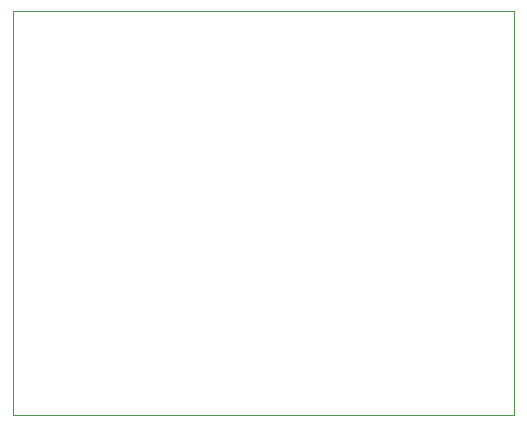
<source format=gbr>
%TF.GenerationSoftware,KiCad,Pcbnew,7.0.5*%
%TF.CreationDate,2023-11-05T09:22:57-05:00*%
%TF.ProjectId,radio,72616469-6f2e-46b6-9963-61645f706362,rev?*%
%TF.SameCoordinates,Original*%
%TF.FileFunction,Profile,NP*%
%FSLAX46Y46*%
G04 Gerber Fmt 4.6, Leading zero omitted, Abs format (unit mm)*
G04 Created by KiCad (PCBNEW 7.0.5) date 2023-11-05 09:22:57*
%MOMM*%
%LPD*%
G01*
G04 APERTURE LIST*
%TA.AperFunction,Profile*%
%ADD10C,0.100000*%
%TD*%
G04 APERTURE END LIST*
D10*
X98183700Y-69469000D02*
X140627100Y-69469000D01*
X140627100Y-103733600D01*
X98183700Y-103733600D01*
X98183700Y-69469000D01*
M02*

</source>
